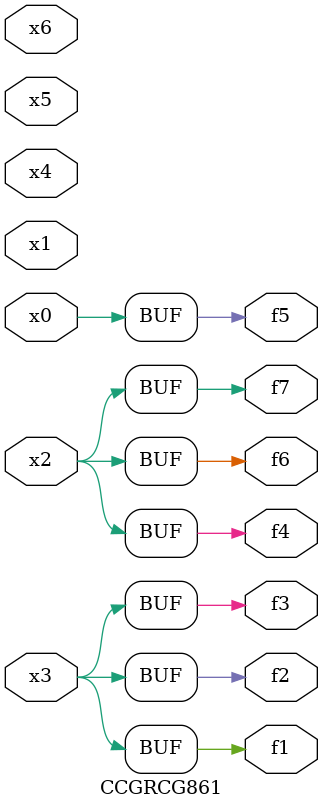
<source format=v>
module CCGRCG861(
	input x0, x1, x2, x3, x4, x5, x6,
	output f1, f2, f3, f4, f5, f6, f7
);
	assign f1 = x3;
	assign f2 = x3;
	assign f3 = x3;
	assign f4 = x2;
	assign f5 = x0;
	assign f6 = x2;
	assign f7 = x2;
endmodule

</source>
